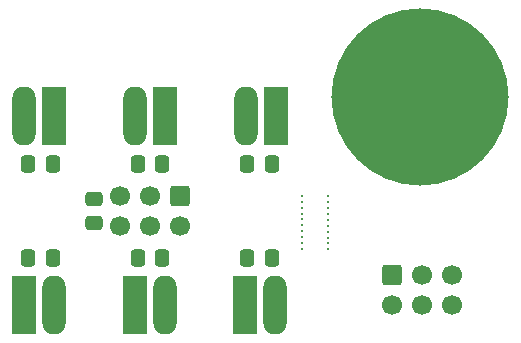
<source format=gbs>
%TF.GenerationSoftware,KiCad,Pcbnew,9.0.0*%
%TF.CreationDate,2025-02-26T14:31:02-06:00*%
%TF.ProjectId,SAO-CR1616,53414f2d-4352-4313-9631-362e6b696361,rev?*%
%TF.SameCoordinates,Original*%
%TF.FileFunction,Soldermask,Bot*%
%TF.FilePolarity,Negative*%
%FSLAX46Y46*%
G04 Gerber Fmt 4.6, Leading zero omitted, Abs format (unit mm)*
G04 Created by KiCad (PCBNEW 9.0.0) date 2025-02-26 14:31:02*
%MOMM*%
%LPD*%
G01*
G04 APERTURE LIST*
G04 Aperture macros list*
%AMRoundRect*
0 Rectangle with rounded corners*
0 $1 Rounding radius*
0 $2 $3 $4 $5 $6 $7 $8 $9 X,Y pos of 4 corners*
0 Add a 4 corners polygon primitive as box body*
4,1,4,$2,$3,$4,$5,$6,$7,$8,$9,$2,$3,0*
0 Add four circle primitives for the rounded corners*
1,1,$1+$1,$2,$3*
1,1,$1+$1,$4,$5*
1,1,$1+$1,$6,$7*
1,1,$1+$1,$8,$9*
0 Add four rect primitives between the rounded corners*
20,1,$1+$1,$2,$3,$4,$5,0*
20,1,$1+$1,$4,$5,$6,$7,0*
20,1,$1+$1,$6,$7,$8,$9,0*
20,1,$1+$1,$8,$9,$2,$3,0*%
G04 Aperture macros list end*
%ADD10C,0.250000*%
%ADD11RoundRect,0.250000X-0.600000X0.600000X-0.600000X-0.600000X0.600000X-0.600000X0.600000X0.600000X0*%
%ADD12C,1.700000*%
%ADD13RoundRect,0.250000X-0.475000X0.337500X-0.475000X-0.337500X0.475000X-0.337500X0.475000X0.337500X0*%
%ADD14RoundRect,0.250000X-0.337500X-0.475000X0.337500X-0.475000X0.337500X0.475000X-0.337500X0.475000X0*%
%ADD15R,2.000000X5.000000*%
%ADD16O,2.000000X5.000000*%
%ADD17RoundRect,0.250000X0.337500X0.475000X-0.337500X0.475000X-0.337500X-0.475000X0.337500X-0.475000X0*%
%ADD18C,15.000000*%
%ADD19C,4.000000*%
G04 APERTURE END LIST*
D10*
%TO.C,*%
X62902000Y-148734000D03*
%TD*%
%TO.C,*%
X62902000Y-152734000D03*
%TD*%
%TO.C,*%
X62902000Y-153234000D03*
%TD*%
%TO.C,*%
X62902000Y-150234000D03*
%TD*%
%TO.C,*%
X62902000Y-149734000D03*
%TD*%
%TO.C,*%
X62902000Y-152234000D03*
%TD*%
%TO.C,*%
X62902000Y-151234000D03*
%TD*%
%TO.C,*%
X62902000Y-150734000D03*
%TD*%
%TO.C,*%
X62902000Y-151734000D03*
%TD*%
%TO.C,*%
X62902000Y-149234000D03*
%TD*%
%TO.C,*%
X65094000Y-153260000D03*
%TD*%
%TO.C,*%
X65094000Y-152760000D03*
%TD*%
%TO.C,*%
X65094000Y-152260000D03*
%TD*%
%TO.C,*%
X65094000Y-151760000D03*
%TD*%
%TO.C,*%
X65094000Y-151260000D03*
%TD*%
%TO.C,*%
X65094000Y-150760000D03*
%TD*%
%TO.C,*%
X65094000Y-150260000D03*
%TD*%
%TO.C,*%
X65094000Y-149760000D03*
%TD*%
%TO.C,*%
X65094000Y-149260000D03*
%TD*%
%TO.C,*%
X65094000Y-148760000D03*
%TD*%
D11*
%TO.C,J3*%
X52540000Y-148730000D03*
D12*
X52540000Y-151270000D03*
X50000000Y-148730000D03*
X50000000Y-151270000D03*
X47460001Y-148730000D03*
X47460000Y-151270000D03*
%TD*%
D13*
%TO.C,BC7*%
X45270000Y-148962500D03*
X45270000Y-151037500D03*
%TD*%
D14*
%TO.C,BC6*%
X39692500Y-154000000D03*
X41767500Y-154000000D03*
%TD*%
D15*
%TO.C,P5*%
X48720000Y-158000000D03*
D16*
X51260000Y-158000000D03*
%TD*%
D14*
%TO.C,BC5*%
X48962500Y-154000000D03*
X51037500Y-154000000D03*
%TD*%
D17*
%TO.C,BC1*%
X41767500Y-146000000D03*
X39692500Y-146000000D03*
%TD*%
D15*
%TO.C,P4*%
X58085000Y-158000000D03*
D16*
X60625000Y-158000000D03*
%TD*%
D18*
%TO.C,SAO-P2*%
X72845106Y-140336892D03*
%TD*%
D12*
%TO.C,J2*%
X75535107Y-157976892D03*
X75535106Y-155436892D03*
X72995107Y-157976892D03*
X72995107Y-155436892D03*
X70455107Y-157976892D03*
D11*
X70455107Y-155436892D03*
%TD*%
D15*
%TO.C,P1*%
X41905000Y-142000000D03*
D16*
X39365000Y-142000000D03*
%TD*%
D15*
%TO.C,P3*%
X60635000Y-142000000D03*
D16*
X58095000Y-142000000D03*
%TD*%
D17*
%TO.C,BC2*%
X51037500Y-146000000D03*
X48962500Y-146000000D03*
%TD*%
D15*
%TO.C,P2*%
X51270000Y-142000000D03*
D16*
X48730000Y-142000000D03*
%TD*%
D19*
%TO.C,B3*%
X72985106Y-140336892D03*
%TD*%
D17*
%TO.C,BC3*%
X60307500Y-146000000D03*
X58232500Y-146000000D03*
%TD*%
D15*
%TO.C,P6*%
X39355000Y-158000000D03*
D16*
X41895000Y-158000000D03*
%TD*%
D14*
%TO.C,BC4*%
X58232500Y-154000000D03*
X60307500Y-154000000D03*
%TD*%
M02*

</source>
